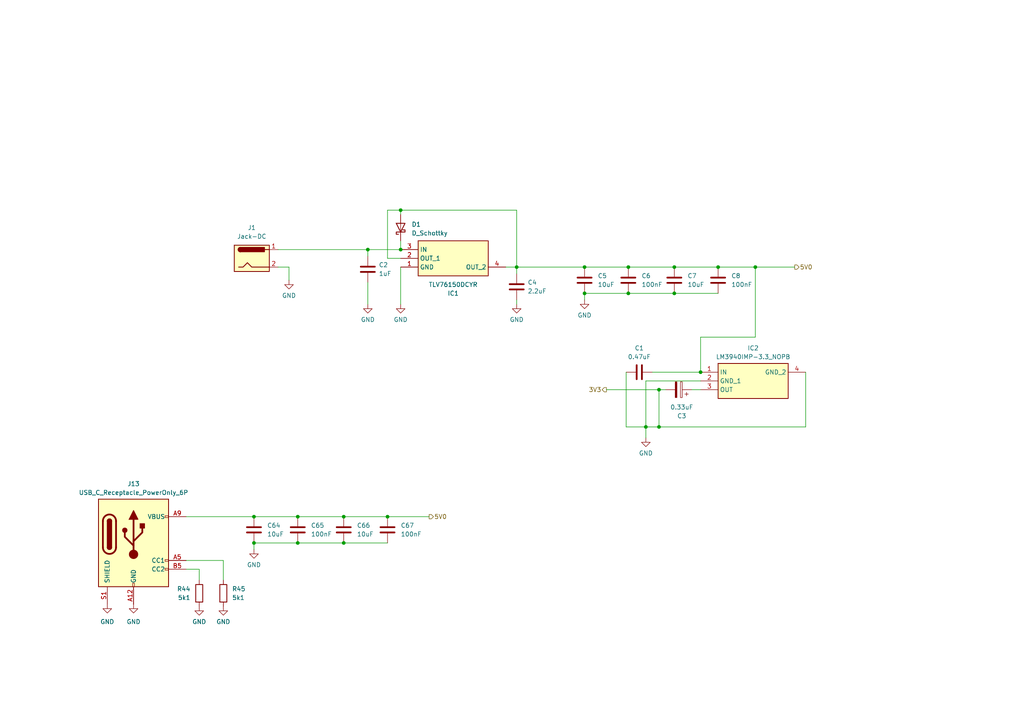
<source format=kicad_sch>
(kicad_sch (version 20230121) (generator eeschema)
  (paper "A4")
  (lib_symbols
    (symbol "Connector:Jack-DC" (pin_names (offset 1.016))
      (property "Reference" "J" (at 0 5.334 0))
      (property "Value" "Jack-DC" (at 0 -5.08 0))
      (symbol "Jack-DC_0_1"
        (rectangle (start -5.08 3.81) (end 5.08 -3.81) (stroke (width 0.254)) (fill (type background)))
        (arc (start -3.302 3.175) (mid -3.9343 2.54) (end -3.302 1.905) (stroke (width 0.254)))
        (arc (start -3.302 3.175) (mid -3.9343 2.54) (end -3.302 1.905) (stroke (width 0.254)) (fill (type outline)))
        (polyline (pts (xy 5.08 2.54) (xy 3.81 2.54)) (stroke (width 0.254)))
        (polyline (pts (xy -3.81 -2.54) (xy -2.54 -2.54) (xy -1.27 -1.27) (xy 0 -2.54) (xy 2.54 -2.54) (xy 5.08 -2.54)) (stroke (width 0.254)))
        (rectangle (start 3.683 3.175) (end -3.302 1.905) (stroke (width 0.254)) (fill (type outline)))
      )
      (symbol "Jack-DC_1_1"
        (pin passive line (at 7.62 2.54 180) (length 2.54) (name "~") (number "1"))
        (pin passive line (at 7.62 -2.54 180) (length 2.54) (name "~") (number "2"))
      )
    )
    (symbol "Connector:USB_C_Receptacle_PowerOnly_6P" (pin_names (offset 1.016))
      (property "Reference" "J" (at 0 16.51 0))
      (property "Value" "USB_C_Receptacle_PowerOnly_6P" (at 0 13.97 0))
      (symbol "USB_C_Receptacle_PowerOnly_6P_0_0"
        (rectangle (start -0.254 -12.7) (end 0.254 -11.684))
        (rectangle (start 10.16 -7.366) (end 9.144 -7.874))
        (rectangle (start 10.16 -4.826) (end 9.144 -5.334))
        (rectangle (start 10.16 7.874) (end 9.144 7.366))
      )
      (symbol "USB_C_Receptacle_PowerOnly_6P_0_1"
        (rectangle (start -10.16 12.7) (end 10.16 -12.7) (stroke (width 0.254)) (fill (type background)))
        (arc (start -8.89 -1.27) (mid -6.985 -3.1667) (end -5.08 -1.27) (stroke (width 0.508)))
        (arc (start -7.62 -1.27) (mid -6.985 -1.9023) (end -6.35 -1.27) (stroke (width 0.254)))
        (arc (start -7.62 -1.27) (mid -6.985 -1.9023) (end -6.35 -1.27) (stroke (width 0.254)) (fill (type outline)))
        (rectangle (start -7.62 -1.27) (end -6.35 6.35) (stroke (width 0.254)) (fill (type outline)))
        (arc (start -6.35 6.35) (mid -6.985 6.9823) (end -7.62 6.35) (stroke (width 0.254)))
        (arc (start -6.35 6.35) (mid -6.985 6.9823) (end -7.62 6.35) (stroke (width 0.254)) (fill (type outline)))
        (arc (start -5.08 6.35) (mid -6.985 8.2467) (end -8.89 6.35) (stroke (width 0.508)))
        (circle (center -2.54 3.683) (radius 0.635) (stroke (width 0.254)) (fill (type outline)))
        (circle (center 0 -3.302) (radius 1.27) (fill (type outline)))
        (polyline (pts (xy -8.89 -1.27) (xy -8.89 6.35)) (stroke (width 0.508)))
        (polyline (pts (xy -5.08 6.35) (xy -5.08 -1.27)) (stroke (width 0.508)))
        (polyline (pts (xy 0 -3.302) (xy 0 6.858)) (stroke (width 0.508)))
        (polyline (pts (xy 0 -0.762) (xy -2.54 1.778) (xy -2.54 3.048)) (stroke (width 0.508)))
        (polyline (pts (xy 0 0.508) (xy 2.54 3.048) (xy 2.54 4.318)) (stroke (width 0.508)))
        (polyline (pts (xy -1.27 6.858) (xy 0 9.398) (xy 1.27 6.858) (xy -1.27 6.858)) (stroke (width 0.254)) (fill (type outline)))
        (rectangle (start 1.905 4.318) (end 3.175 5.588) (stroke (width 0.254)) (fill (type outline)))
      )
      (symbol "USB_C_Receptacle_PowerOnly_6P_1_1"
        (pin passive line (at 0 -17.78 90) (length 5.08) (name "GND") (number "A12"))
        (pin bidirectional line (at 15.24 -5.08 180) (length 5.08) (name "CC1") (number "A5"))
        (pin passive line (at 15.24 7.62 180) (length 5.08) (name "VBUS") (number "A9"))
        (pin passive line (at 0 -17.78 90) (length 5.08) hide (name "GND") (number "B12"))
        (pin bidirectional line (at 15.24 -7.62 180) (length 5.08) (name "CC2") (number "B5"))
        (pin passive line (at 15.24 7.62 180) (length 5.08) hide (name "VBUS") (number "B9"))
        (pin passive line (at -7.62 -17.78 90) (length 5.08) (name "SHIELD") (number "S1"))
      )
    )
    (symbol "Device:C" (pin_numbers hide) (pin_names (offset 0.254))
      (property "Reference" "C" (at 0.635 2.54 0))
      (property "Value" "C" (at 0.635 -2.54 0))
      (symbol "C_0_1"
        (polyline (pts (xy -2.032 -0.762) (xy 2.032 -0.762)) (stroke (width 0.508)))
        (polyline (pts (xy -2.032 0.762) (xy 2.032 0.762)) (stroke (width 0.508)))
      )
      (symbol "C_1_1"
        (pin passive line (at 0 3.81 270) (length 2.794) (name "~") (number "1"))
        (pin passive line (at 0 -3.81 90) (length 2.794) (name "~") (number "2"))
      )
    )
    (symbol "Device:C_Polarized" (pin_numbers hide) (pin_names (offset 0.254))
      (property "Reference" "C" (at 0.635 2.54 0))
      (property "Value" "C_Polarized" (at 0.635 -2.54 0))
      (symbol "C_Polarized_0_1"
        (rectangle (start -2.286 0.508) (end 2.286 1.016))
        (polyline (pts (xy -1.778 2.286) (xy -0.762 2.286)))
        (polyline (pts (xy -1.27 2.794) (xy -1.27 1.778)))
        (rectangle (start 2.286 -0.508) (end -2.286 -1.016) (fill (type outline)))
      )
      (symbol "C_Polarized_1_1"
        (pin passive line (at 0 3.81 270) (length 2.794) (name "~") (number "1"))
        (pin passive line (at 0 -3.81 90) (length 2.794) (name "~") (number "2"))
      )
    )
    (symbol "Device:D_Schottky" (pin_numbers hide) (pin_names (offset 1.016) hide)
      (property "Reference" "D" (at 0 2.54 0))
      (property "Value" "D_Schottky" (at 0 -2.54 0))
      (symbol "D_Schottky_0_1"
        (polyline (pts (xy 1.27 0) (xy -1.27 0)))
        (polyline (pts (xy 1.27 1.27) (xy 1.27 -1.27) (xy -1.27 0) (xy 1.27 1.27)) (stroke (width 0.254)))
        (polyline (pts (xy -1.905 0.635) (xy -1.905 1.27) (xy -1.27 1.27) (xy -1.27 -1.27) (xy -0.635 -1.27) (xy -0.635 -0.635)) (stroke (width 0.254)))
      )
      (symbol "D_Schottky_1_1"
        (pin passive line (at -3.81 0 0) (length 2.54) (name "K") (number "1"))
        (pin passive line (at 3.81 0 180) (length 2.54) (name "A") (number "2"))
      )
    )
    (symbol "Device:R" (pin_numbers hide) (pin_names (offset 0))
      (property "Reference" "R" (at 2.032 0 90))
      (property "Value" "R" (at 0 0 90))
      (symbol "R_0_1"
        (rectangle (start -1.016 -2.54) (end 1.016 2.54) (stroke (width 0.254)))
      )
      (symbol "R_1_1"
        (pin passive line (at 0 3.81 270) (length 1.27) (name "~") (number "1"))
        (pin passive line (at 0 -3.81 90) (length 1.27) (name "~") (number "2"))
      )
    )
    (symbol "SamacSys_Parts:LM3940IMP-3.3_NOPB"
      (property "Reference" "IC" (at 26.67 7.62 0))
      (property "Value" "LM3940IMP-3.3_NOPB" (at 26.67 5.08 0))
      (symbol "LM3940IMP-3.3_NOPB_1_1"
        (rectangle (start 5.08 2.54) (end 25.4 -7.62) (stroke (width 0.254)) (fill (type background)))
        (pin passive line (at 0 0 0) (length 5.08) (name "IN") (number "1"))
        (pin passive line (at 0 -2.54 0) (length 5.08) (name "GND_1") (number "2"))
        (pin passive line (at 0 -5.08 0) (length 5.08) (name "OUT") (number "3"))
        (pin passive line (at 30.48 0 180) (length 5.08) (name "GND_2") (number "4"))
      )
    )
    (symbol "SamacSys_Parts:TLV76150DCYR"
      (property "Reference" "IC" (at 26.67 7.62 0))
      (property "Value" "TLV76150DCYR" (at 26.67 5.08 0))
      (symbol "TLV76150DCYR_1_1"
        (rectangle (start 5.08 2.54) (end 25.4 -7.62) (stroke (width 0.254)) (fill (type background)))
        (pin passive line (at 0 0 0) (length 5.08) (name "GND") (number "1"))
        (pin passive line (at 0 -2.54 0) (length 5.08) (name "OUT_1") (number "2"))
        (pin passive line (at 0 -5.08 0) (length 5.08) (name "IN") (number "3"))
        (pin passive line (at 30.48 0 180) (length 5.08) (name "OUT_2") (number "4"))
      )
    )
    (symbol "power:GND" (power) (pin_names (offset 0))
      (property "Value" "GND" (at 0 -3.81 0))
      (symbol "GND_0_1"
        (polyline (pts (xy 0 0) (xy 0 -1.27) (xy 1.27 -1.27) (xy 0 -2.54) (xy -1.27 -1.27) (xy 0 -1.27)))
      )
      (symbol "GND_1_1"
        (pin power_in line (at 0 0 270) (length 0) hide (name "GND") (number "1"))
      )
    )
  )
  (junction (at 86.36 149.86))
  (junction (at 208.28 77.47))
  (junction (at 195.58 85.09))
  (junction (at 112.395 149.86))
  (junction (at 86.36 157.48))
  (junction (at 191.135 123.825))
  (junction (at 219.075 77.47))
  (junction (at 106.68 72.39))
  (junction (at 99.695 157.48))
  (junction (at 187.325 123.825))
  (junction (at 195.58 77.47))
  (junction (at 149.86 77.47))
  (junction (at 73.66 157.48))
  (junction (at 73.66 149.86))
  (junction (at 191.135 113.03))
  (junction (at 169.545 85.09))
  (junction (at 182.245 85.09))
  (junction (at 203.2 107.95))
  (junction (at 116.205 72.39))
  (junction (at 182.245 77.47))
  (junction (at 116.205 60.96))
  (junction (at 169.545 77.47))
  (junction (at 99.695 149.86))
  (wire (pts (xy 203.2 110.49) (xy 187.325 110.49)))
  (wire (pts (xy 219.075 77.47) (xy 219.075 97.79)))
  (wire (pts (xy 181.61 123.825) (xy 187.325 123.825)))
  (wire (pts (xy 187.325 110.49) (xy 187.325 123.825)))
  (wire (pts (xy 175.895 113.03) (xy 191.135 113.03)))
  (wire (pts (xy 189.23 107.95) (xy 203.2 107.95)))
  (wire (pts (xy 112.395 60.96) (xy 112.395 74.93)))
  (wire (pts (xy 169.545 85.09) (xy 169.545 86.995)))
  (wire (pts (xy 53.975 149.86) (xy 73.66 149.86)))
  (wire (pts (xy 57.785 165.1) (xy 57.785 168.275)))
  (wire (pts (xy 200.66 113.03) (xy 203.2 113.03)))
  (wire (pts (xy 149.86 77.47) (xy 149.86 60.96)))
  (wire (pts (xy 169.545 77.47) (xy 182.245 77.47)))
  (wire (pts (xy 195.58 77.47) (xy 208.28 77.47)))
  (wire (pts (xy 219.075 97.79) (xy 203.2 97.79)))
  (wire (pts (xy 73.66 157.48) (xy 86.36 157.48)))
  (wire (pts (xy 187.325 123.825) (xy 191.135 123.825)))
  (wire (pts (xy 73.66 149.86) (xy 86.36 149.86)))
  (wire (pts (xy 146.685 77.47) (xy 149.86 77.47)))
  (wire (pts (xy 86.36 157.48) (xy 99.695 157.48)))
  (wire (pts (xy 116.205 60.96) (xy 116.205 62.23)))
  (wire (pts (xy 233.68 107.95) (xy 233.68 123.825)))
  (wire (pts (xy 99.695 149.86) (xy 112.395 149.86)))
  (wire (pts (xy 193.04 113.03) (xy 191.135 113.03)))
  (wire (pts (xy 80.645 77.47) (xy 83.82 77.47)))
  (wire (pts (xy 208.28 77.47) (xy 219.075 77.47)))
  (wire (pts (xy 80.645 72.39) (xy 106.68 72.39)))
  (wire (pts (xy 86.36 149.86) (xy 99.695 149.86)))
  (wire (pts (xy 73.66 157.48) (xy 73.66 159.385)))
  (wire (pts (xy 106.68 74.295) (xy 106.68 72.39)))
  (wire (pts (xy 195.58 85.09) (xy 208.28 85.09)))
  (wire (pts (xy 181.61 107.95) (xy 181.61 123.825)))
  (wire (pts (xy 116.205 77.47) (xy 116.205 88.265)))
  (wire (pts (xy 64.77 162.56) (xy 64.77 168.275)))
  (wire (pts (xy 187.325 123.825) (xy 187.325 127)))
  (wire (pts (xy 112.395 60.96) (xy 116.205 60.96)))
  (wire (pts (xy 182.245 77.47) (xy 195.58 77.47)))
  (wire (pts (xy 116.205 69.85) (xy 116.205 72.39)))
  (wire (pts (xy 106.68 72.39) (xy 116.205 72.39)))
  (wire (pts (xy 149.86 79.375) (xy 149.86 77.47)))
  (wire (pts (xy 182.245 85.09) (xy 195.58 85.09)))
  (wire (pts (xy 53.975 162.56) (xy 64.77 162.56)))
  (wire (pts (xy 149.86 86.995) (xy 149.86 88.265)))
  (wire (pts (xy 191.135 123.825) (xy 233.68 123.825)))
  (wire (pts (xy 203.2 97.79) (xy 203.2 107.95)))
  (wire (pts (xy 169.545 85.09) (xy 182.245 85.09)))
  (wire (pts (xy 191.135 113.03) (xy 191.135 123.825)))
  (wire (pts (xy 219.075 77.47) (xy 230.505 77.47)))
  (wire (pts (xy 149.86 77.47) (xy 169.545 77.47)))
  (wire (pts (xy 53.975 165.1) (xy 57.785 165.1)))
  (wire (pts (xy 99.695 157.48) (xy 112.395 157.48)))
  (wire (pts (xy 112.395 149.86) (xy 124.46 149.86)))
  (wire (pts (xy 83.82 77.47) (xy 83.82 81.28)))
  (wire (pts (xy 112.395 74.93) (xy 116.205 74.93)))
  (wire (pts (xy 116.205 60.96) (xy 149.86 60.96)))
  (wire (pts (xy 106.68 81.915) (xy 106.68 88.265)))
  (hierarchical_label "5V0" (shape output) (at 124.46 149.86 0))
  (hierarchical_label "3V3" (shape output) (at 175.895 113.03 180))
  (hierarchical_label "5V0" (shape output) (at 230.505 77.47 0))
  (symbol (lib_id "SamacSys_Parts:LM3940IMP-3.3_NOPB") (at 203.2 107.95 0) (unit 1)
    (property "Reference" "IC2" (at 218.44 100.965 0))
    (property "Value" "LM3940IMP-3.3_NOPB" (at 218.44 103.505 0))
    (property "Footprint" "SOT230P700X180-4N" (effects hide))
    (property "Datasheet" "http://www.ti.com/lit/ds/symlink/lm3940.pdf" (effects hide))
    (property "Height" "1.8" (effects hide))
    (property "Manufacturer_Name" "Texas Instruments" (effects hide))
    (property "Manufacturer_Part_Number" "LM3940IMP-3.3/NOPB" (effects hide))
    (property "Mouser Part Number" "926-LM3940IMP3.3NOPB" (effects hide))
    (property "Mouser Price/Stock" "https://www.mouser.co.uk/ProductDetail/Texas-Instruments/LM3940IMP-3.3-NOPB?qs=QbsRYf82W3EIVCEt3IRFTQ%3D%3D" (effects hide))
    (property "Arrow Part Number" "LM3940IMP-3.3/NOPB" (effects hide))
    (property "Arrow Price/Stock" "https://www.arrow.com/en/products/lm3940imp-3.3nopb/texas-instruments?region=nac" (effects hide))
  )
  (symbol (lib_id "SamacSys_Parts:TLV76150DCYR") (at 116.205 77.47 0) (mirror x) (unit 1)
    (property "Reference" "IC1" (at 131.445 85.09 0))
    (property "Value" "TLV76150DCYR" (at 131.445 82.55 0))
    (property "Footprint" "SOT230P700X180-4N" (effects hide))
    (property "Datasheet" "https://www.ti.com/lit/ds/symlink/tlv761.pdf" (effects hide))
    (property "Height" "1.8" (effects hide))
    (property "Manufacturer_Name" "Texas Instruments" (effects hide))
    (property "Manufacturer_Part_Number" "TLV76150DCYR" (effects hide))
    (property "Mouser Part Number" "595-TLV76150DCYR" (effects hide))
    (property "Mouser Price/Stock" "https://www.mouser.co.uk/ProductDetail/Texas-Instruments/TLV76150DCYR?qs=Jm2GQyTW%2Fbii1Rd2R0M2bQ%3D%3D" (effects hide))
    (property "Arrow Part Number" "TLV76150DCYR" (effects hide))
    (property "Arrow Price/Stock" "https://www.arrow.com/en/products/tlv76150dcyr/texas-instruments?region=nac" (effects hide))
  )
  (symbol (lib_id "Device:C") (at 86.36 153.67 0) (unit 1)
    (property "Reference" "C65" (at 90.17 152.4 0) (effects (justify left)))
    (property "Value" "100nF" (at 90.17 154.94 0) (effects (justify left)))
  )
  (symbol (lib_id "power:GND") (at 57.785 175.895 0) (unit 1)
    (property "Reference" "#PWR079" (effects hide))
    (property "Value" "GND" (at 57.785 180.34 0))
  )
  (symbol (lib_id "power:GND") (at 83.82 81.28 0) (unit 1)
    (property "Reference" "#PWR01" (effects hide))
    (property "Value" "GND" (at 83.82 85.725 0))
  )
  (symbol (lib_id "power:GND") (at 64.77 175.895 0) (unit 1)
    (property "Reference" "#PWR080" (effects hide))
    (property "Value" "GND" (at 64.77 180.34 0))
  )
  (symbol (lib_id "Device:R") (at 64.77 172.085 0) (unit 1)
    (property "Reference" "R45" (at 67.31 170.815 0) (effects (justify left)))
    (property "Value" "5k1" (at 67.31 173.355 0) (effects (justify left)))
  )
  (symbol (lib_id "power:GND") (at 31.115 175.26 0) (unit 1)
    (property "Reference" "#PWR077" (effects hide))
    (property "Value" "GND" (at 31.115 180.34 0))
  )
  (symbol (lib_id "Connector:Jack-DC") (at 73.025 74.93 0) (unit 1)
    (property "Reference" "J1" (at 73.025 66.04 0))
    (property "Value" "Jack-DC" (at 73.025 68.58 0))
  )
  (symbol (lib_id "Device:C") (at 208.28 81.28 0) (unit 1)
    (property "Reference" "C8" (at 212.09 80.01 0) (effects (justify left)))
    (property "Value" "100nF" (at 212.09 82.55 0) (effects (justify left)))
  )
  (symbol (lib_id "Device:D_Schottky") (at 116.205 66.04 90) (unit 1)
    (property "Reference" "D1" (at 119.38 65.0875 90) (effects (justify right)))
    (property "Value" "D_Schottky" (at 119.38 67.6275 90) (effects (justify right)))
  )
  (symbol (lib_id "Device:C") (at 169.545 81.28 0) (unit 1)
    (property "Reference" "C5" (at 173.355 80.01 0) (effects (justify left)))
    (property "Value" "10uF" (at 173.355 82.55 0) (effects (justify left)))
  )
  (symbol (lib_id "Device:C_Polarized") (at 196.85 113.03 270) (mirror x) (unit 1)
    (property "Reference" "C3" (at 197.739 120.65 90))
    (property "Value" "0.33uF" (at 197.739 118.11 90))
  )
  (symbol (lib_id "power:GND") (at 169.545 86.995 0) (unit 1)
    (property "Reference" "#PWR06" (effects hide))
    (property "Value" "GND" (at 169.545 91.44 0))
  )
  (symbol (lib_id "power:GND") (at 187.325 127 0) (unit 1)
    (property "Reference" "#PWR02" (effects hide))
    (property "Value" "GND" (at 187.325 131.445 0))
  )
  (symbol (lib_id "power:GND") (at 73.66 159.385 0) (unit 1)
    (property "Reference" "#PWR078" (effects hide))
    (property "Value" "GND" (at 73.66 163.83 0))
  )
  (symbol (lib_id "Device:C") (at 195.58 81.28 0) (unit 1)
    (property "Reference" "C7" (at 199.39 80.01 0) (effects (justify left)))
    (property "Value" "10uF" (at 199.39 82.55 0) (effects (justify left)))
  )
  (symbol (lib_id "power:GND") (at 116.205 88.265 0) (unit 1)
    (property "Reference" "#PWR04" (effects hide))
    (property "Value" "GND" (at 116.205 92.71 0))
  )
  (symbol (lib_id "Device:R") (at 57.785 172.085 0) (mirror y) (unit 1)
    (property "Reference" "R44" (at 55.245 170.815 0) (effects (justify left)))
    (property "Value" "5k1" (at 55.245 173.355 0) (effects (justify left)))
  )
  (symbol (lib_id "power:GND") (at 106.68 88.265 0) (unit 1)
    (property "Reference" "#PWR03" (effects hide))
    (property "Value" "GND" (at 106.68 92.71 0))
  )
  (symbol (lib_id "Device:C") (at 185.42 107.95 90) (unit 1)
    (property "Reference" "C1" (at 185.42 100.965 90))
    (property "Value" "0.47uF" (at 185.42 103.505 90))
  )
  (symbol (lib_id "Device:C") (at 99.695 153.67 0) (unit 1)
    (property "Reference" "C66" (at 103.505 152.4 0) (effects (justify left)))
    (property "Value" "10uF" (at 103.505 154.94 0) (effects (justify left)))
  )
  (symbol (lib_id "Connector:USB_C_Receptacle_PowerOnly_6P") (at 38.735 157.48 0) (unit 1)
    (property "Reference" "J13" (at 38.735 140.335 0))
    (property "Value" "USB_C_Receptacle_PowerOnly_6P" (at 38.735 142.875 0))
    (property "Datasheet" "https://www.usb.org/sites/default/files/documents/usb_type-c.zip" (effects hide))
  )
  (symbol (lib_id "Device:C") (at 182.245 81.28 0) (unit 1)
    (property "Reference" "C6" (at 186.055 80.01 0) (effects (justify left)))
    (property "Value" "100nF" (at 186.055 82.55 0) (effects (justify left)))
  )
  (symbol (lib_id "Device:C") (at 149.86 83.185 0) (unit 1)
    (property "Reference" "C4" (at 153.035 81.915 0) (effects (justify left)))
    (property "Value" "2.2uF" (at 153.035 84.455 0) (effects (justify left)))
  )
  (symbol (lib_id "power:GND") (at 149.86 88.265 0) (unit 1)
    (property "Reference" "#PWR05" (effects hide))
    (property "Value" "GND" (at 149.86 92.71 0))
  )
  (symbol (lib_id "power:GND") (at 38.735 175.26 0) (unit 1)
    (property "Reference" "#PWR076" (effects hide))
    (property "Value" "GND" (at 38.735 180.34 0))
  )
  (symbol (lib_id "Device:C") (at 106.68 78.105 0) (unit 1)
    (property "Reference" "C2" (at 109.855 76.835 0) (effects (justify left)))
    (property "Value" "1uF" (at 109.855 79.375 0) (effects (justify left)))
  )
  (symbol (lib_id "Device:C") (at 112.395 153.67 0) (unit 1)
    (property "Reference" "C67" (at 116.205 152.4 0) (effects (justify left)))
    (property "Value" "100nF" (at 116.205 154.94 0) (effects (justify left)))
  )
  (symbol (lib_id "Device:C") (at 73.66 153.67 0) (unit 1)
    (property "Reference" "C64" (at 77.47 152.4 0) (effects (justify left)))
    (property "Value" "10uF" (at 77.47 154.94 0) (effects (justify left)))
  )
)
</source>
